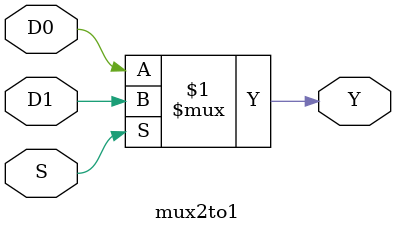
<source format=v>
module mux2to1 (D0, D1, S, Y);
output Y;
input D0, D1, S;

	assign Y=(S)? D1:D0;

endmodule
</source>
